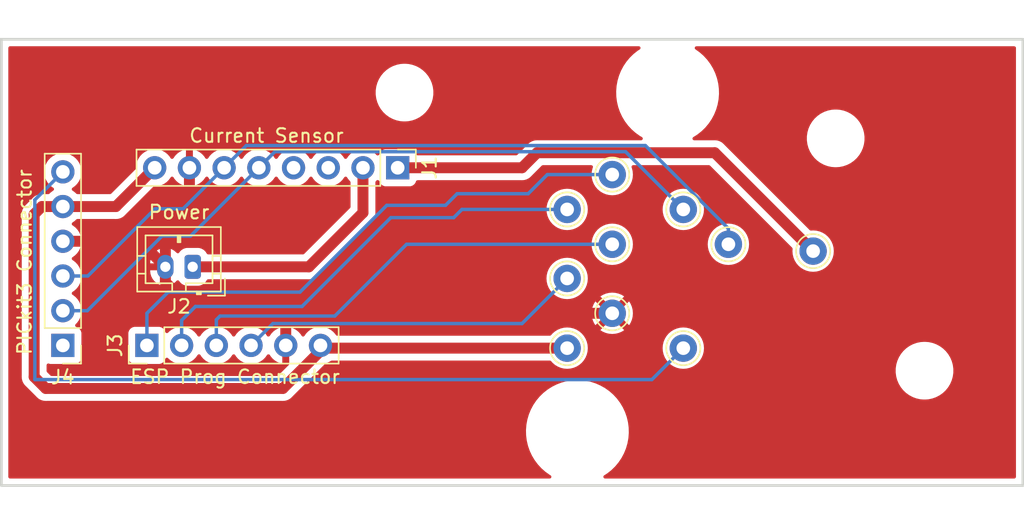
<source format=kicad_pcb>
(kicad_pcb (version 20211014) (generator pcbnew)
  (layers (0 "F.Cu" signal) (31 "B.Cu" signal) (34 "B.Paste" user) (35 "F.Paste" user) (36 "B.SilkS" user "B.Silkscreen") (37 "F.SilkS" user "F.Silkscreen") (38 "B.Mask" user) (39 "F.Mask" user) (44 "Edge.Cuts" user))
  (net 0 "")
  (net 1 "+BATT")
  (net 2 "+4V")
  (net 3 "GND")
  (net 4 "Net-(J13-Pad1)")
  (net 5 "Net-(J12-Pad1)")
  (net 6 "Net-(J11-Pad1)")
  (net 7 "Net-(J10-Pad1)")
  (net 8 "+3V3")
  (net 10 "Net-(J1-Pad5)")
  (net 11 "Net-(J1-Pad6)")
  (net 12 "Net-(J4-Pad6)")
  (footprint "MountingHole:MountingHole_6.5mm" (layer "F.Cu") (at 89.65 54.3)
    (fp_text reference "REF**" hide)
    (fp_text value "MountingHole_6.5mm" hide)
    (pad "" np_thru_hole circle locked (at 0 0) (size 6.5 6.5) (drill 6.5) (layers *.Cu *.Mask))
  )
  (footprint "Connector_Pin:Pin_D1.0mm_L10.0mm" (layer "F.Cu") (at 97.4 48.2)
    (fp_text reference "J5" hide)
    (fp_text value "Conn_01x01" hide)
    (fp_circle (center 0 0) (end 1.25 0.05) (layer "F.SilkS") (width 0.12) (fill none))
    (pad "1" thru_hole circle locked (at 0 0) (size 2 2) (drill 1) (layers *.Cu *.Mask) (net 12 "Net-(J4-Pad6)"))
  )
  (footprint "Connector_Pin:Pin_D1.0mm_L10.0mm" (layer "F.Cu") (at 97.4 38.05)
    (fp_text reference "J9" hide)
    (fp_text value "Conn_01x01" hide)
    (fp_circle (center 0 0) (end 1.25 0.05) (layer "F.SilkS") (width 0.12) (fill none))
    (pad "1" thru_hole circle locked (at 0 0) (size 2 2) (drill 1) (layers *.Cu *.Mask) (net 10 "Net-(J1-Pad5)"))
  )
  (footprint "Connector_PinHeader_2.54mm:PinHeader_1x06_P2.54mm_Vertical" (layer "F.Cu") (at 52 48 180)
    (fp_text reference "J4" (at 0 -2.33 180) (layer "F.SilkS"))
    (fp_text value "PICkit3 Connector" (at 2.8 6.1 90) (layer "F.SilkS"))
    (fp_line (start -1.33 1.27) (end 1.33 1.27) (layer "F.SilkS") (width 0.12))
    (fp_line (start 1.33 1.27) (end 1.33 14.03) (layer "F.SilkS") (width 0.12))
    (fp_line (start -1.33 14.03) (end 1.33 14.03) (layer "F.SilkS") (width 0.12))
    (fp_line (start -1.33 1.27) (end -1.33 14.03) (layer "F.SilkS") (width 0.12))
    (fp_line (start -1.33 0) (end -1.33 -1.33) (layer "F.SilkS") (width 0.12))
    (fp_line (start -1.33 -1.33) (end 0 -1.33) (layer "F.SilkS") (width 0.12))
    (pad "1" thru_hole rect locked (at 0 0 180) (size 1.7 1.7) (drill 1) (layers *.Cu *.Mask))
    (pad "2" thru_hole oval locked (at 0 2.54 180) (size 1.7 1.7) (drill 1) (layers *.Cu *.Mask) (net 10 "Net-(J1-Pad5)"))
    (pad "3" thru_hole oval locked (at 0 5.08 180) (size 1.7 1.7) (drill 1) (layers *.Cu *.Mask) (net 11 "Net-(J1-Pad6)"))
    (pad "4" thru_hole oval locked (at 0 7.62 180) (size 1.7 1.7) (drill 1) (layers *.Cu *.Mask) (net 3 "GND"))
    (pad "5" thru_hole oval locked (at 0 10.16 180) (size 1.7 1.7) (drill 1) (layers *.Cu *.Mask) (net 8 "+3V3"))
    (pad "6" thru_hole oval locked (at 0 12.7 180) (size 1.7 1.7) (drill 1) (layers *.Cu *.Mask) (net 12 "Net-(J4-Pad6)"))
  )
  (footprint "Connector_Pin:Pin_D1.0mm_L10.0mm" (layer "F.Cu") (at 92.2 45.65)
    (fp_text reference "J7" hide)
    (fp_text value "Conn_01x01" hide)
    (fp_circle (center 0 0) (end 1.25 0.05) (layer "F.SilkS") (width 0.12) (fill none))
    (pad "1" thru_hole circle locked (at 0 0) (size 2 2) (drill 1) (layers *.Cu *.Mask) (net 3 "GND"))
  )
  (footprint "Connector_Pin:Pin_D1.0mm_L10.0mm" (layer "F.Cu") (at 88.9 38.05)
    (fp_text reference "J12" hide)
    (fp_text value "Conn_01x01" hide)
    (fp_circle (center 0 0) (end 1.25 0.05) (layer "F.SilkS") (width 0.12) (fill none))
    (pad "1" thru_hole circle locked (at 0 0) (size 2 2) (drill 1) (layers *.Cu *.Mask) (net 5 "Net-(J12-Pad1)"))
  )
  (footprint "Connector_PinHeader_2.54mm:PinHeader_1x08_P2.54mm_Vertical" (layer "F.Cu") (at 76.5 35 -90)
    (fp_text reference "J1" (at 0 -2.33 90) (layer "F.SilkS"))
    (fp_text value "Current Sensor" (at -2.35 9.6 180) (layer "F.SilkS"))
    (fp_line (start 1.33 1.27) (end 1.33 19.11) (layer "F.SilkS") (width 0.12))
    (fp_line (start -1.33 19.11) (end 1.33 19.11) (layer "F.SilkS") (width 0.12))
    (fp_line (start -1.33 0) (end -1.33 -1.33) (layer "F.SilkS") (width 0.12))
    (fp_line (start -1.33 1.27) (end 1.33 1.27) (layer "F.SilkS") (width 0.12))
    (fp_line (start -1.33 -1.33) (end 0 -1.33) (layer "F.SilkS") (width 0.12))
    (fp_line (start -1.33 1.27) (end -1.33 19.11) (layer "F.SilkS") (width 0.12))
    (pad "1" thru_hole rect locked (at 0 0 270) (size 1.7 1.7) (drill 1) (layers *.Cu *.Mask) (net 1 "+BATT"))
    (pad "2" thru_hole oval locked (at 0 2.54 270) (size 1.7 1.7) (drill 1) (layers *.Cu *.Mask) (net 2 "+4V"))
    (pad "3" thru_hole oval locked (at 0 5.08 270) (size 1.7 1.7) (drill 1) (layers *.Cu *.Mask))
    (pad "4" thru_hole oval locked (at 0 7.62 270) (size 1.7 1.7) (drill 1) (layers *.Cu *.Mask))
    (pad "5" thru_hole oval locked (at 0 10.16 270) (size 1.7 1.7) (drill 1) (layers *.Cu *.Mask) (net 10 "Net-(J1-Pad5)"))
    (pad "6" thru_hole oval locked (at 0 12.7 270) (size 1.7 1.7) (drill 1) (layers *.Cu *.Mask) (net 11 "Net-(J1-Pad6)"))
    (pad "7" thru_hole oval locked (at 0 15.24 270) (size 1.7 1.7) (drill 1) (layers *.Cu *.Mask) (net 3 "GND"))
    (pad "8" thru_hole oval locked (at 0 17.78 270) (size 1.7 1.7) (drill 1) (layers *.Cu *.Mask) (net 8 "+3V3"))
  )
  (footprint "MountingHole:MountingHole_3.2mm_M3_DIN965" (layer "F.Cu") (at 77 29.5)
    (fp_text reference "H1" hide)
    (fp_text value "Orientation Guide 2" hide)
    (pad "" np_thru_hole circle locked (at 0 0) (size 3.2 3.2) (drill 3.2) (layers *.Cu *.Mask))
  )
  (footprint "Connector_Pin:Pin_D1.0mm_L10.0mm" (layer "F.Cu") (at 100.7 40.6)
    (fp_text reference "J8" hide)
    (fp_text value "Conn_01x01" hide)
    (fp_circle (center 0 0) (end 1.25 0.05) (layer "F.SilkS") (width 0.12) (fill none))
    (pad "1" thru_hole circle locked (at 0 0) (size 2 2) (drill 1) (layers *.Cu *.Mask) (net 11 "Net-(J1-Pad6)"))
  )
  (footprint "Connector_Pin:Pin_D1.0mm_L10.0mm" (layer "F.Cu") (at 106.9 41.1)
    (fp_text reference "J14" hide)
    (fp_text value "Conn_01x01" hide)
    (fp_circle (center 0 0) (end 1.25 0.05) (layer "F.SilkS") (width 0.12) (fill none))
    (pad "1" thru_hole circle locked (at 0 0) (size 2 2) (drill 1) (layers *.Cu *.Mask) (net 1 "+BATT"))
  )
  (footprint "MountingHole:MountingHole_3.2mm_M3_DIN965" (layer "F.Cu") (at 115.05 49.85)
    (fp_text reference "H1" hide)
    (fp_text value "Orientation Guide 2" hide)
    (pad "" np_thru_hole circle locked (at 0 0) (size 3.2 3.2) (drill 3.2) (layers *.Cu *.Mask))
  )
  (footprint "Connector_Pin:Pin_D1.0mm_L10.0mm" (layer "F.Cu") (at 88.9 48.2)
    (fp_text reference "J6" hide)
    (fp_text value "Conn_01x01" hide)
    (fp_circle (center 0 0) (end 1.25 0.05) (layer "F.SilkS") (width 0.12) (fill none))
    (pad "1" thru_hole circle locked (at 0 0) (size 2 2) (drill 1) (layers *.Cu *.Mask) (net 8 "+3V3"))
  )
  (footprint "MountingHole:MountingHole_3.2mm_M3_DIN965" (layer "F.Cu") (at 108.55 32.85)
    (fp_text reference "H2" hide)
    (fp_text value "Orientation Guide 1" hide)
    (pad "" np_thru_hole circle locked (at 0 0) (size 3.2 3.2) (drill 3.2) (layers *.Cu *.Mask))
  )
  (footprint "Connector_JST:JST_PH_B2B-PH-K_1x02_P2.00mm_Vertical" (layer "F.Cu") (at 61.5 42.25 180)
    (fp_text reference "J2" (at 1 -2.9) (layer "F.SilkS"))
    (fp_text value "Power" (at 1 4) (layer "F.SilkS"))
    (fp_line (start -0.3 -2.01) (end -0.6 -2.01) (layer "F.SilkS") (width 0.12))
    (fp_line (start 0.9 2.3) (end 0.9 1.8) (layer "F.SilkS") (width 0.12))
    (fp_line (start 4.06 2.91) (end 4.06 -1.81) (layer "F.SilkS") (width 0.12))
    (fp_line (start 4.06 0.8) (end 3.45 0.8) (layer "F.SilkS") (width 0.12))
    (fp_line (start 1.1 1.8) (end 1.1 2.3) (layer "F.SilkS") (width 0.12))
    (fp_line (start -1.11 -2.11) (end -2.36 -2.11) (layer "F.SilkS") (width 0.12))
    (fp_line (start 1 2.3) (end 1 1.8) (layer "F.SilkS") (width 0.12))
    (fp_line (start -2.06 -0.5) (end -1.45 -0.5) (layer "F.SilkS") (width 0.12))
    (fp_line (start -1.45 -1.2) (end -1.45 2.3) (layer "F.SilkS") (width 0.12))
    (fp_line (start 3.45 -1.2) (end 1.5 -1.2) (layer "F.SilkS") (width 0.12))
    (fp_line (start -2.36 -2.11) (end -2.36 -0.86) (layer "F.SilkS") (width 0.12))
    (fp_line (start -0.3 -1.81) (end -0.3 -2.01) (layer "F.SilkS") (width 0.12))
    (fp_line (start -0.3 -1.91) (end -0.6 -1.91) (layer "F.SilkS") (width 0.12))
    (fp_line (start 0.5 -1.2) (end -1.45 -1.2) (layer "F.SilkS") (width 0.12))
    (fp_line (start 4.06 -0.5) (end 3.45 -0.5) (layer "F.SilkS") (width 0.12))
    (fp_line (start 3.45 2.3) (end 3.45 -1.2) (layer "F.SilkS") (width 0.12))
    (fp_line (start 0.9 1.8) (end 1.1 1.8) (layer "F.SilkS") (width 0.12))
    (fp_line (start -1.45 2.3) (end 3.45 2.3) (layer "F.SilkS") (width 0.12))
    (fp_line (start -2.06 2.91) (end 4.06 2.91) (layer "F.SilkS") (width 0.12))
    (fp_line (start -2.06 0.8) (end -1.45 0.8) (layer "F.SilkS") (width 0.12))
    (fp_line (start 0.5 -1.81) (end 0.5 -1.2) (layer "F.SilkS") (width 0.12))
    (fp_line (start 1.5 -1.2) (end 1.5 -1.81) (layer "F.SilkS") (width 0.12))
    (fp_line (start 4.06 -1.81) (end -2.06 -1.81) (layer "F.SilkS") (width 0.12))
    (fp_line (start -0.6 -2.01) (end -0.6 -1.81) (layer "F.SilkS") (width 0.12))
    (fp_line (start -2.06 -1.81) (end -2.06 2.91) (layer "F.SilkS") (width 0.12))
    (pad "1" thru_hole roundrect locked (at 0 0 180) (size 1.2 1.75) (drill 0.75) (layers *.Cu *.Mask) (roundrect_rratio 0.2083333333) (net 2 "+4V"))
    (pad "2" thru_hole oval locked (at 2 0 180) (size 1.2 1.75) (drill 0.75) (layers *.Cu *.Mask) (net 3 "GND"))
  )
  (footprint "Connector_Pin:Pin_D1.0mm_L10.0mm" (layer "F.Cu") (at 92.2 40.6)
    (fp_text reference "J11" hide)
    (fp_text value "Conn_01x01" hide)
    (fp_circle (center 0 0) (end 1.25 0.05) (layer "F.SilkS") (width 0.12) (fill none))
    (pad "1" thru_hole circle locked (at 0 0) (size 2 2) (drill 1) (layers *.Cu *.Mask) (net 6 "Net-(J11-Pad1)"))
  )
  (footprint "Connector_Pin:Pin_D1.0mm_L10.0mm" (layer "F.Cu") (at 92.2 35.5)
    (fp_text reference "J13" hide)
    (fp_text value "Conn_01x01" hide)
    (fp_circle (center 0 0) (end 1.25 0.05) (layer "F.SilkS") (width 0.12) (fill none))
    (pad "1" thru_hole circle locked (at 0 0) (size 2 2) (drill 1) (layers *.Cu *.Mask) (net 4 "Net-(J13-Pad1)"))
  )
  (footprint "Connector_Pin:Pin_D1.0mm_L10.0mm" (layer "F.Cu") (at 88.9 43.1)
    (fp_text reference "J10" hide)
    (fp_text value "Conn_01x01" hide)
    (fp_circle (center 0 0) (end 1.25 0.05) (layer "F.SilkS") (width 0.12) (fill none))
    (pad "1" thru_hole circle locked (at 0 0) (size 2 2) (drill 1) (layers *.Cu *.Mask) (net 7 "Net-(J10-Pad1)"))
  )
  (footprint "MountingHole:MountingHole_6.5mm" (layer "F.Cu") (at 96.25 29.5)
    (fp_text reference "REF**" hide)
    (fp_text value "MountingHole_6.5mm" hide)
    (pad "" np_thru_hole circle locked (at 0 0) (size 6.5 6.5) (drill 6.5) (layers *.Cu *.Mask))
  )
  (footprint "Connector_PinHeader_2.54mm:PinHeader_1x06_P2.54mm_Vertical" (layer "F.Cu") (at 58.15 48 90)
    (fp_text reference "J3" (at 0 -2.33 90) (layer "F.SilkS"))
    (fp_text value "ESP Prog Connector" (at -2.3 6.45 180) (layer "F.SilkS"))
    (fp_line (start -1.33 -1.33) (end 0 -1.33) (layer "F.SilkS") (width 0.12))
    (fp_line (start -1.33 1.27) (end -1.33 14.03) (layer "F.SilkS") (width 0.12))
    (fp_line (start -1.33 1.27) (end 1.33 1.27) (layer "F.SilkS") (width 0.12))
    (fp_line (start 1.33 1.27) (end 1.33 14.03) (layer "F.SilkS") (width 0.12))
    (fp_line (start -1.33 0) (end -1.33 -1.33) (layer "F.SilkS") (width 0.12))
    (fp_line (start -1.33 14.03) (end 1.33 14.03) (layer "F.SilkS") (width 0.12))
    (pad "1" thru_hole rect locked (at 0 0 90) (size 1.7 1.7) (drill 1) (layers *.Cu *.Mask) (net 4 "Net-(J13-Pad1)"))
    (pad "2" thru_hole oval locked (at 0 2.54 90) (size 1.7 1.7) (drill 1) (layers *.Cu *.Mask) (net 5 "Net-(J12-Pad1)"))
    (pad "3" thru_hole oval locked (at 0 5.08 90) (size 1.7 1.7) (drill 1) (layers *.Cu *.Mask) (net 6 "Net-(J11-Pad1)"))
    (pad "4" thru_hole oval locked (at 0 7.62 90) (size 1.7 1.7) (drill 1) (layers *.Cu *.Mask) (net 7 "Net-(J10-Pad1)"))
    (pad "5" thru_hole oval locked (at 0 10.16 90) (size 1.7 1.7) (drill 1) (layers *.Cu *.Mask) (net 3 "GND"))
    (pad "6" thru_hole oval locked (at 0 12.7 90) (size 1.7 1.7) (drill 1) (layers *.Cu *.Mask) (net 8 "+3V3"))
  )
  (gr_rect (start 47.5 25.6) (end 122.25 58.25) (layer "Edge.Cuts") (width 0.2) (fill none))
  (segment (start 99.700489 33.900489) (end 106.9 41.1) (width 0.8) (layer "F.Cu") (net 1))
  (segment (start 76.5 35) (end 85.6 35) (width 0.8) (layer "F.Cu") (net 1))
  (segment (start 85.6 35) (end 86.699511 33.900489) (width 0.8) (layer "F.Cu") (net 1))
  (segment (start 86.699511 33.900489) (end 99.700489 33.900489) (width 0.8) (layer "F.Cu") (net 1))
  (segment (start 61.5 42.25) (end 70 42.25) (width 0.8) (layer "F.Cu") (net 2))
  (segment (start 73.96 38.29) (end 73.96 35) (width 0.8) (layer "F.Cu") (net 2))
  (segment (start 70 42.25) (end 73.96 38.29) (width 0.8) (layer "F.Cu") (net 2))
  (segment (start 59.5 39.25) (end 61.26 37.49) (width 0.8) (layer "F.Cu") (net 3))
  (segment (start 68.31 44.81) (end 68.31 48) (width 0.8) (layer "F.Cu") (net 3))
  (segment (start 59.5 42.25) (end 59.5 43.375) (width 0.8) (layer "F.Cu") (net 3))
  (segment (start 67.75 44.25) (end 69.15 45.65) (width 0.8) (layer "F.Cu") (net 3))
  (segment (start 61.26 37.49) (end 61.26 35) (width 0.8) (layer "F.Cu") (net 3))
  (segment (start 59.5 42.25) (end 59.5 39.25) (width 0.8) (layer "F.Cu") (net 3))
  (segment (start 57.63 40.38) (end 59.5 42.25) (width 0.8) (layer "F.Cu") (net 3))
  (segment (start 67.75 44.25) (end 68.31 44.81) (width 0.8) (layer "F.Cu") (net 3))
  (segment (start 60.375 44.25) (end 67.75 44.25) (width 0.8) (layer "F.Cu") (net 3))
  (segment (start 59.5 43.375) (end 60.375 44.25) (width 0.8) (layer "F.Cu") (net 3))
  (segment (start 52 40.38) (end 57.63 40.38) (width 0.8) (layer "F.Cu") (net 3))
  (segment (start 69.15 45.65) (end 92.2 45.65) (width 0.8) (layer "F.Cu") (net 3))
  (segment (start 69.35 44.1) (end 75.7 37.75) (width 0.25) (layer "B.Cu") (net 4))
  (segment (start 58.15 45.65) (end 59.7 44.1) (width 0.25) (layer "B.Cu") (net 4))
  (segment (start 59.7 44.1) (end 69.35 44.1) (width 0.25) (layer "B.Cu") (net 4))
  (segment (start 80.85 36.9) (end 86.05 36.9) (width 0.25) (layer "B.Cu") (net 4))
  (segment (start 80 37.75) (end 80.85 36.9) (width 0.25) (layer "B.Cu") (net 4))
  (segment (start 86.05 36.9) (end 87.45 35.5) (width 0.25) (layer "B.Cu") (net 4))
  (segment (start 58.15 48) (end 58.15 45.65) (width 0.25) (layer "B.Cu") (net 4))
  (segment (start 75.7 37.75) (end 80 37.75) (width 0.25) (layer "B.Cu") (net 4))
  (segment (start 87.45 35.5) (end 92.2 35.5) (width 0.25) (layer "B.Cu") (net 4))
  (segment (start 60.69 48) (end 60.69 46.16) (width 0.25) (layer "B.Cu") (net 5))
  (segment (start 61.7 45.15) (end 69.5 45.15) (width 0.25) (layer "B.Cu") (net 5))
  (segment (start 69.5 45.15) (end 76 38.65) (width 0.25) (layer "B.Cu") (net 5))
  (segment (start 80.6 38.65) (end 81.2 38.05) (width 0.25) (layer "B.Cu") (net 5))
  (segment (start 81.2 38.05) (end 88.9 38.05) (width 0.25) (layer "B.Cu") (net 5))
  (segment (start 76 38.65) (end 80.6 38.65) (width 0.25) (layer "B.Cu") (net 5))
  (segment (start 60.69 46.16) (end 61.7 45.15) (width 0.25) (layer "B.Cu") (net 5))
  (segment (start 63.23 46.12) (end 63.5 45.85) (width 0.25) (layer "B.Cu") (net 6))
  (segment (start 71.9 45.85) (end 77.15 40.6) (width 0.25) (layer "B.Cu") (net 6))
  (segment (start 63.5 45.85) (end 71.9 45.85) (width 0.25) (layer "B.Cu") (net 6))
  (segment (start 77.15 40.6) (end 92.2 40.6) (width 0.25) (layer "B.Cu") (net 6))
  (segment (start 63.23 48) (end 63.23 46.12) (width 0.25) (layer "B.Cu") (net 6))
  (segment (start 67.37 46.4) (end 85.6 46.4) (width 0.25) (layer "B.Cu") (net 7))
  (segment (start 65.77 48) (end 67.37 46.4) (width 0.25) (layer "B.Cu") (net 7))
  (segment (start 85.6 46.4) (end 88.9 43.1) (width 0.25) (layer "B.Cu") (net 7))
  (segment (start 88.9 48.2) (end 71.05 48.2) (width 0.8) (layer "F.Cu") (net 8))
  (segment (start 71.05 48.2) (end 70.85 48) (width 0.25) (layer "F.Cu") (net 8))
  (segment (start 50.75 51.15) (end 68.1 51.15) (width 0.8) (layer "F.Cu") (net 8))
  (segment (start 49.9 38.4) (end 49.9 50.3) (width 0.8) (layer "F.Cu") (net 8))
  (segment (start 55.88 37.84) (end 58.72 35) (width 0.8) (layer "F.Cu") (net 8))
  (segment (start 52 37.84) (end 50.46 37.84) (width 0.8) (layer "F.Cu") (net 8))
  (segment (start 49.9 50.3) (end 50.75 51.15) (width 0.8) (layer "F.Cu") (net 8))
  (segment (start 50.46 37.84) (end 49.9 38.4) (width 0.8) (layer "F.Cu") (net 8))
  (segment (start 52 37.84) (end 55.88 37.84) (width 0.8) (layer "F.Cu") (net 8))
  (segment (start 68.1 51.15) (end 71.05 48.2) (width 0.8) (layer "F.Cu") (net 8))
  (segment (start 61.34 40) (end 66.34 35) (width 0.25) (layer "B.Cu") (net 10))
  (segment (start 66.34 35) (end 67.514511 33.825489) (width 0.25) (layer "B.Cu") (net 10))
  (segment (start 53.79 45.46) (end 59.25 40) (width 0.25) (layer "B.Cu") (net 10))
  (segment (start 59.25 40) (end 61.34 40) (width 0.25) (layer "B.Cu") (net 10))
  (segment (start 93.175489 33.825489) (end 97.4 38.05) (width 0.25) (layer "B.Cu") (net 10))
  (segment (start 67.514511 33.825489) (end 93.175489 33.825489) (width 0.25) (layer "B.Cu") (net 10))
  (segment (start 52 45.46) (end 53.79 45.46) (width 0.25) (layer "B.Cu") (net 10))
  (segment (start 65.424031 33.375969) (end 94.625969 33.375969) (width 0.25) (layer "B.Cu") (net 11))
  (segment (start 94.625969 33.375969) (end 100.7 39.45) (width 0.25) (layer "B.Cu") (net 11))
  (segment (start 52 42.92) (end 53.83 42.92) (width 0.25) (layer "B.Cu") (net 11))
  (segment (start 60.8 38) (end 63.8 35) (width 0.25) (layer "B.Cu") (net 11))
  (segment (start 63.8 35) (end 65.424031 33.375969) (width 0.25) (layer "B.Cu") (net 11))
  (segment (start 58.75 38) (end 60.8 38) (width 0.25) (layer "B.Cu") (net 11))
  (segment (start 53.83 42.92) (end 58.75 38) (width 0.25) (layer "B.Cu") (net 11))
  (segment (start 100.7 39.45) (end 100.7 40.6) (width 0.25) (layer "B.Cu") (net 11))
  (segment (start 52 35.3) (end 49.95 37.35) (width 0.25) (layer "B.Cu") (net 12))
  (segment (start 49.95 50.5) (end 95.1 50.5) (width 0.25) (layer "B.Cu") (net 12))
  (segment (start 49.95 37.35) (end 49.95 50.5) (width 0.25) (layer "B.Cu") (net 12))
  (segment (start 95.1 50.5) (end 97.4 48.2) (width 0.25) (layer "B.Cu") (net 12))
  (zone (net 3) (net_name "GND") (layer "F.Cu") (connect_pads (clearance 0.508)) (min_thickness 0.254) (fill yes (thermal_gap 0.508) (thermal_bridge_width 0.508))
    (polygon (pts (xy 122 58) (xy 48 58) (xy 48 26) (xy 122 26)))
  )
)
</source>
